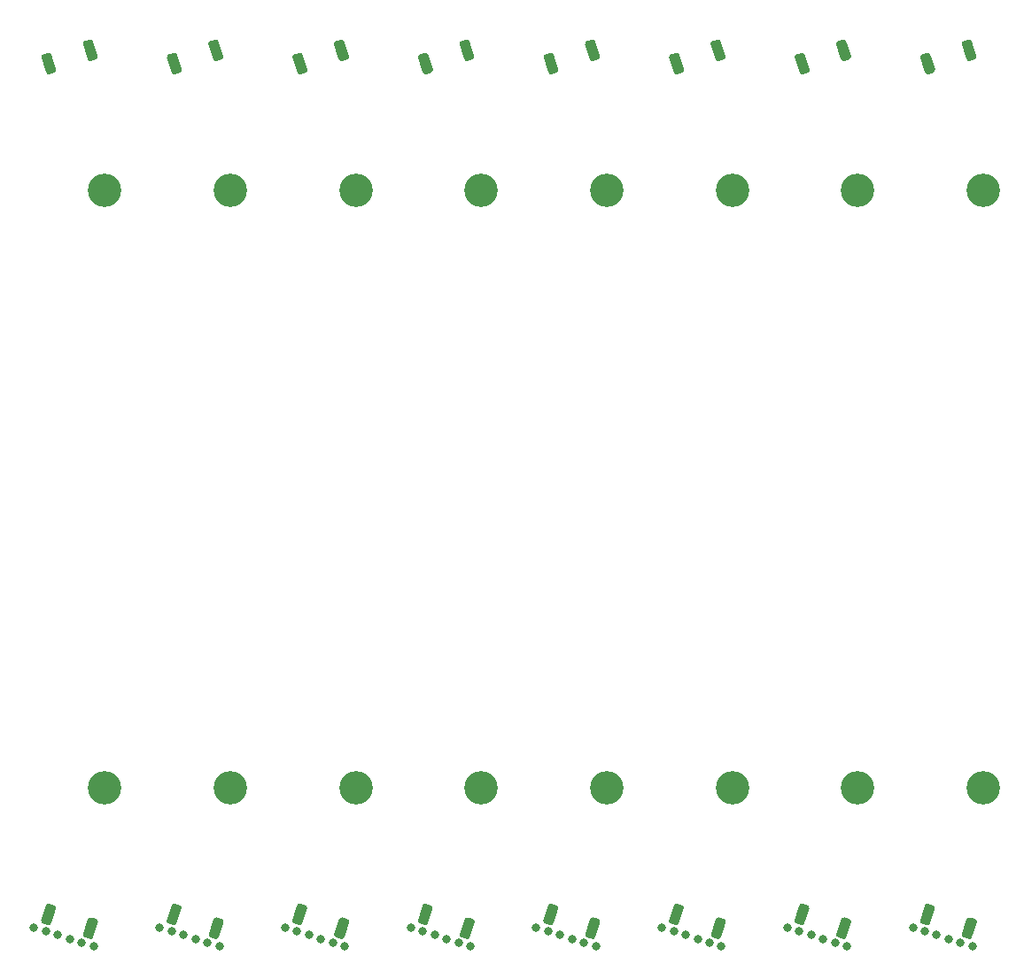
<source format=gbr>
%TF.GenerationSoftware,KiCad,Pcbnew,(5.1.9)-1*%
%TF.CreationDate,2021-02-05T18:08:36+10:00*%
%TF.ProjectId,PCB,5043422e-6b69-4636-9164-5f7063625858,rev?*%
%TF.SameCoordinates,Original*%
%TF.FileFunction,Soldermask,Bot*%
%TF.FilePolarity,Negative*%
%FSLAX46Y46*%
G04 Gerber Fmt 4.6, Leading zero omitted, Abs format (unit mm)*
G04 Created by KiCad (PCBNEW (5.1.9)-1) date 2021-02-05 18:08:36*
%MOMM*%
%LPD*%
G01*
G04 APERTURE LIST*
%ADD10C,0.800000*%
%ADD11C,3.200000*%
G04 APERTURE END LIST*
D10*
%TO.C,REF\u002A\u002A*%
X178954962Y-121348074D03*
%TD*%
%TO.C,REF\u002A\u002A*%
X166954962Y-121348074D03*
%TD*%
%TO.C,REF\u002A\u002A*%
X154954962Y-121348074D03*
%TD*%
%TO.C,REF\u002A\u002A*%
X142954962Y-121348074D03*
%TD*%
%TO.C,REF\u002A\u002A*%
X130954962Y-121348074D03*
%TD*%
%TO.C,REF\u002A\u002A*%
X118954962Y-121348074D03*
%TD*%
%TO.C,REF\u002A\u002A*%
X106954962Y-121348074D03*
%TD*%
%TO.C,REF\u002A\u002A*%
X184661301Y-123202177D03*
%TD*%
%TO.C,REF\u002A\u002A*%
X172661301Y-123202177D03*
%TD*%
%TO.C,REF\u002A\u002A*%
X160661301Y-123202177D03*
%TD*%
%TO.C,REF\u002A\u002A*%
X148661301Y-123202177D03*
%TD*%
%TO.C,REF\u002A\u002A*%
X136661301Y-123202177D03*
%TD*%
%TO.C,REF\u002A\u002A*%
X124661301Y-123202177D03*
%TD*%
%TO.C,REF\u002A\u002A*%
X112661301Y-123202177D03*
%TD*%
%TO.C,REF\u002A\u002A*%
X182378767Y-122460536D03*
%TD*%
%TO.C,REF\u002A\u002A*%
X170378767Y-122460536D03*
%TD*%
%TO.C,REF\u002A\u002A*%
X158378767Y-122460536D03*
%TD*%
%TO.C,REF\u002A\u002A*%
X146378767Y-122460536D03*
%TD*%
%TO.C,REF\u002A\u002A*%
X134378767Y-122460536D03*
%TD*%
%TO.C,REF\u002A\u002A*%
X122378767Y-122460536D03*
%TD*%
%TO.C,REF\u002A\u002A*%
X110378767Y-122460536D03*
%TD*%
%TO.C,REF\u002A\u002A*%
X181237498Y-122089716D03*
%TD*%
%TO.C,REF\u002A\u002A*%
X169237498Y-122089716D03*
%TD*%
%TO.C,REF\u002A\u002A*%
X157237498Y-122089716D03*
%TD*%
%TO.C,REF\u002A\u002A*%
X145237498Y-122089716D03*
%TD*%
%TO.C,REF\u002A\u002A*%
X133237498Y-122089716D03*
%TD*%
%TO.C,REF\u002A\u002A*%
X121237498Y-122089716D03*
%TD*%
%TO.C,REF\u002A\u002A*%
X109237498Y-122089716D03*
%TD*%
%TO.C,REF\u002A\u002A*%
X180096229Y-121718895D03*
%TD*%
%TO.C,REF\u002A\u002A*%
X168096229Y-121718895D03*
%TD*%
%TO.C,REF\u002A\u002A*%
X156096229Y-121718895D03*
%TD*%
%TO.C,REF\u002A\u002A*%
X144096229Y-121718895D03*
%TD*%
%TO.C,REF\u002A\u002A*%
X132096229Y-121718895D03*
%TD*%
%TO.C,REF\u002A\u002A*%
X120096229Y-121718895D03*
%TD*%
%TO.C,REF\u002A\u002A*%
X108096229Y-121718895D03*
%TD*%
%TO.C,REF\u002A\u002A*%
X183520035Y-122831355D03*
%TD*%
%TO.C,REF\u002A\u002A*%
X171520035Y-122831355D03*
%TD*%
%TO.C,REF\u002A\u002A*%
X159520035Y-122831355D03*
%TD*%
%TO.C,REF\u002A\u002A*%
X147520035Y-122831355D03*
%TD*%
%TO.C,REF\u002A\u002A*%
X135520035Y-122831355D03*
%TD*%
%TO.C,REF\u002A\u002A*%
X123520035Y-122831355D03*
%TD*%
%TO.C,REF\u002A\u002A*%
X111520035Y-122831355D03*
%TD*%
%TO.C,REF\u002A\u002A*%
X100661301Y-123202177D03*
%TD*%
%TO.C,REF\u002A\u002A*%
X99520035Y-122831355D03*
%TD*%
%TO.C,REF\u002A\u002A*%
X98378767Y-122460536D03*
%TD*%
%TO.C,REF\u002A\u002A*%
X97237498Y-122089716D03*
%TD*%
%TO.C,REF\u002A\u002A*%
X96096229Y-121718895D03*
%TD*%
%TO.C,REF\u002A\u002A*%
X94954962Y-121348074D03*
%TD*%
%TO.C,GND1*%
G36*
G01*
X179634909Y-120675384D02*
X180098435Y-119248799D01*
G75*
G02*
X180413453Y-119088289I237764J-77254D01*
G01*
X180888981Y-119242798D01*
G75*
G02*
X181049491Y-119557816I-77254J-237764D01*
G01*
X180585965Y-120984401D01*
G75*
G02*
X180270947Y-121144911I-237764J77254D01*
G01*
X179795419Y-120990402D01*
G75*
G02*
X179634909Y-120675384I77254J237764D01*
G01*
G37*
%TD*%
%TO.C,GND1*%
G36*
G01*
X167634909Y-120675384D02*
X168098435Y-119248799D01*
G75*
G02*
X168413453Y-119088289I237764J-77254D01*
G01*
X168888981Y-119242798D01*
G75*
G02*
X169049491Y-119557816I-77254J-237764D01*
G01*
X168585965Y-120984401D01*
G75*
G02*
X168270947Y-121144911I-237764J77254D01*
G01*
X167795419Y-120990402D01*
G75*
G02*
X167634909Y-120675384I77254J237764D01*
G01*
G37*
%TD*%
%TO.C,GND1*%
G36*
G01*
X155634909Y-120675384D02*
X156098435Y-119248799D01*
G75*
G02*
X156413453Y-119088289I237764J-77254D01*
G01*
X156888981Y-119242798D01*
G75*
G02*
X157049491Y-119557816I-77254J-237764D01*
G01*
X156585965Y-120984401D01*
G75*
G02*
X156270947Y-121144911I-237764J77254D01*
G01*
X155795419Y-120990402D01*
G75*
G02*
X155634909Y-120675384I77254J237764D01*
G01*
G37*
%TD*%
%TO.C,GND1*%
G36*
G01*
X143634909Y-120675384D02*
X144098435Y-119248799D01*
G75*
G02*
X144413453Y-119088289I237764J-77254D01*
G01*
X144888981Y-119242798D01*
G75*
G02*
X145049491Y-119557816I-77254J-237764D01*
G01*
X144585965Y-120984401D01*
G75*
G02*
X144270947Y-121144911I-237764J77254D01*
G01*
X143795419Y-120990402D01*
G75*
G02*
X143634909Y-120675384I77254J237764D01*
G01*
G37*
%TD*%
%TO.C,GND1*%
G36*
G01*
X131634909Y-120675384D02*
X132098435Y-119248799D01*
G75*
G02*
X132413453Y-119088289I237764J-77254D01*
G01*
X132888981Y-119242798D01*
G75*
G02*
X133049491Y-119557816I-77254J-237764D01*
G01*
X132585965Y-120984401D01*
G75*
G02*
X132270947Y-121144911I-237764J77254D01*
G01*
X131795419Y-120990402D01*
G75*
G02*
X131634909Y-120675384I77254J237764D01*
G01*
G37*
%TD*%
%TO.C,GND1*%
G36*
G01*
X119634909Y-120675384D02*
X120098435Y-119248799D01*
G75*
G02*
X120413453Y-119088289I237764J-77254D01*
G01*
X120888981Y-119242798D01*
G75*
G02*
X121049491Y-119557816I-77254J-237764D01*
G01*
X120585965Y-120984401D01*
G75*
G02*
X120270947Y-121144911I-237764J77254D01*
G01*
X119795419Y-120990402D01*
G75*
G02*
X119634909Y-120675384I77254J237764D01*
G01*
G37*
%TD*%
%TO.C,GND1*%
G36*
G01*
X107634909Y-120675384D02*
X108098435Y-119248799D01*
G75*
G02*
X108413453Y-119088289I237764J-77254D01*
G01*
X108888981Y-119242798D01*
G75*
G02*
X109049491Y-119557816I-77254J-237764D01*
G01*
X108585965Y-120984401D01*
G75*
G02*
X108270947Y-121144911I-237764J77254D01*
G01*
X107795419Y-120990402D01*
G75*
G02*
X107634909Y-120675384I77254J237764D01*
G01*
G37*
%TD*%
%TO.C,5V*%
G36*
G01*
X184086235Y-38332801D02*
X183622709Y-36906216D01*
G75*
G02*
X183783219Y-36591198I237764J77254D01*
G01*
X184258747Y-36436689D01*
G75*
G02*
X184573765Y-36597199I77254J-237764D01*
G01*
X185037291Y-38023784D01*
G75*
G02*
X184876781Y-38338802I-237764J-77254D01*
G01*
X184401253Y-38493311D01*
G75*
G02*
X184086235Y-38332801I-77254J237764D01*
G01*
G37*
%TD*%
%TO.C,5V*%
G36*
G01*
X172086235Y-38332801D02*
X171622709Y-36906216D01*
G75*
G02*
X171783219Y-36591198I237764J77254D01*
G01*
X172258747Y-36436689D01*
G75*
G02*
X172573765Y-36597199I77254J-237764D01*
G01*
X173037291Y-38023784D01*
G75*
G02*
X172876781Y-38338802I-237764J-77254D01*
G01*
X172401253Y-38493311D01*
G75*
G02*
X172086235Y-38332801I-77254J237764D01*
G01*
G37*
%TD*%
%TO.C,5V*%
G36*
G01*
X160086235Y-38332801D02*
X159622709Y-36906216D01*
G75*
G02*
X159783219Y-36591198I237764J77254D01*
G01*
X160258747Y-36436689D01*
G75*
G02*
X160573765Y-36597199I77254J-237764D01*
G01*
X161037291Y-38023784D01*
G75*
G02*
X160876781Y-38338802I-237764J-77254D01*
G01*
X160401253Y-38493311D01*
G75*
G02*
X160086235Y-38332801I-77254J237764D01*
G01*
G37*
%TD*%
%TO.C,5V*%
G36*
G01*
X148086235Y-38332801D02*
X147622709Y-36906216D01*
G75*
G02*
X147783219Y-36591198I237764J77254D01*
G01*
X148258747Y-36436689D01*
G75*
G02*
X148573765Y-36597199I77254J-237764D01*
G01*
X149037291Y-38023784D01*
G75*
G02*
X148876781Y-38338802I-237764J-77254D01*
G01*
X148401253Y-38493311D01*
G75*
G02*
X148086235Y-38332801I-77254J237764D01*
G01*
G37*
%TD*%
%TO.C,5V*%
G36*
G01*
X136086235Y-38332801D02*
X135622709Y-36906216D01*
G75*
G02*
X135783219Y-36591198I237764J77254D01*
G01*
X136258747Y-36436689D01*
G75*
G02*
X136573765Y-36597199I77254J-237764D01*
G01*
X137037291Y-38023784D01*
G75*
G02*
X136876781Y-38338802I-237764J-77254D01*
G01*
X136401253Y-38493311D01*
G75*
G02*
X136086235Y-38332801I-77254J237764D01*
G01*
G37*
%TD*%
%TO.C,5V*%
G36*
G01*
X124086235Y-38332801D02*
X123622709Y-36906216D01*
G75*
G02*
X123783219Y-36591198I237764J77254D01*
G01*
X124258747Y-36436689D01*
G75*
G02*
X124573765Y-36597199I77254J-237764D01*
G01*
X125037291Y-38023784D01*
G75*
G02*
X124876781Y-38338802I-237764J-77254D01*
G01*
X124401253Y-38493311D01*
G75*
G02*
X124086235Y-38332801I-77254J237764D01*
G01*
G37*
%TD*%
%TO.C,5V*%
G36*
G01*
X112086235Y-38332801D02*
X111622709Y-36906216D01*
G75*
G02*
X111783219Y-36591198I237764J77254D01*
G01*
X112258747Y-36436689D01*
G75*
G02*
X112573765Y-36597199I77254J-237764D01*
G01*
X113037291Y-38023784D01*
G75*
G02*
X112876781Y-38338802I-237764J-77254D01*
G01*
X112401253Y-38493311D01*
G75*
G02*
X112086235Y-38332801I-77254J237764D01*
G01*
G37*
%TD*%
%TO.C,G*%
G36*
G01*
X180123835Y-39602801D02*
X179660309Y-38176216D01*
G75*
G02*
X179820819Y-37861198I237764J77254D01*
G01*
X180296347Y-37706689D01*
G75*
G02*
X180611365Y-37867199I77254J-237764D01*
G01*
X181074891Y-39293784D01*
G75*
G02*
X180914381Y-39608802I-237764J-77254D01*
G01*
X180438853Y-39763311D01*
G75*
G02*
X180123835Y-39602801I-77254J237764D01*
G01*
G37*
%TD*%
%TO.C,G*%
G36*
G01*
X168123835Y-39602801D02*
X167660309Y-38176216D01*
G75*
G02*
X167820819Y-37861198I237764J77254D01*
G01*
X168296347Y-37706689D01*
G75*
G02*
X168611365Y-37867199I77254J-237764D01*
G01*
X169074891Y-39293784D01*
G75*
G02*
X168914381Y-39608802I-237764J-77254D01*
G01*
X168438853Y-39763311D01*
G75*
G02*
X168123835Y-39602801I-77254J237764D01*
G01*
G37*
%TD*%
%TO.C,G*%
G36*
G01*
X156123835Y-39602801D02*
X155660309Y-38176216D01*
G75*
G02*
X155820819Y-37861198I237764J77254D01*
G01*
X156296347Y-37706689D01*
G75*
G02*
X156611365Y-37867199I77254J-237764D01*
G01*
X157074891Y-39293784D01*
G75*
G02*
X156914381Y-39608802I-237764J-77254D01*
G01*
X156438853Y-39763311D01*
G75*
G02*
X156123835Y-39602801I-77254J237764D01*
G01*
G37*
%TD*%
%TO.C,G*%
G36*
G01*
X144123835Y-39602801D02*
X143660309Y-38176216D01*
G75*
G02*
X143820819Y-37861198I237764J77254D01*
G01*
X144296347Y-37706689D01*
G75*
G02*
X144611365Y-37867199I77254J-237764D01*
G01*
X145074891Y-39293784D01*
G75*
G02*
X144914381Y-39608802I-237764J-77254D01*
G01*
X144438853Y-39763311D01*
G75*
G02*
X144123835Y-39602801I-77254J237764D01*
G01*
G37*
%TD*%
%TO.C,G*%
G36*
G01*
X132123835Y-39602801D02*
X131660309Y-38176216D01*
G75*
G02*
X131820819Y-37861198I237764J77254D01*
G01*
X132296347Y-37706689D01*
G75*
G02*
X132611365Y-37867199I77254J-237764D01*
G01*
X133074891Y-39293784D01*
G75*
G02*
X132914381Y-39608802I-237764J-77254D01*
G01*
X132438853Y-39763311D01*
G75*
G02*
X132123835Y-39602801I-77254J237764D01*
G01*
G37*
%TD*%
%TO.C,G*%
G36*
G01*
X120123835Y-39602801D02*
X119660309Y-38176216D01*
G75*
G02*
X119820819Y-37861198I237764J77254D01*
G01*
X120296347Y-37706689D01*
G75*
G02*
X120611365Y-37867199I77254J-237764D01*
G01*
X121074891Y-39293784D01*
G75*
G02*
X120914381Y-39608802I-237764J-77254D01*
G01*
X120438853Y-39763311D01*
G75*
G02*
X120123835Y-39602801I-77254J237764D01*
G01*
G37*
%TD*%
%TO.C,G*%
G36*
G01*
X108123835Y-39602801D02*
X107660309Y-38176216D01*
G75*
G02*
X107820819Y-37861198I237764J77254D01*
G01*
X108296347Y-37706689D01*
G75*
G02*
X108611365Y-37867199I77254J-237764D01*
G01*
X109074891Y-39293784D01*
G75*
G02*
X108914381Y-39608802I-237764J-77254D01*
G01*
X108438853Y-39763311D01*
G75*
G02*
X108123835Y-39602801I-77254J237764D01*
G01*
G37*
%TD*%
%TO.C,5V*%
G36*
G01*
X183648109Y-121996184D02*
X184111635Y-120569599D01*
G75*
G02*
X184426653Y-120409089I237764J-77254D01*
G01*
X184902181Y-120563598D01*
G75*
G02*
X185062691Y-120878616I-77254J-237764D01*
G01*
X184599165Y-122305201D01*
G75*
G02*
X184284147Y-122465711I-237764J77254D01*
G01*
X183808619Y-122311202D01*
G75*
G02*
X183648109Y-121996184I77254J237764D01*
G01*
G37*
%TD*%
%TO.C,5V*%
G36*
G01*
X171648109Y-121996184D02*
X172111635Y-120569599D01*
G75*
G02*
X172426653Y-120409089I237764J-77254D01*
G01*
X172902181Y-120563598D01*
G75*
G02*
X173062691Y-120878616I-77254J-237764D01*
G01*
X172599165Y-122305201D01*
G75*
G02*
X172284147Y-122465711I-237764J77254D01*
G01*
X171808619Y-122311202D01*
G75*
G02*
X171648109Y-121996184I77254J237764D01*
G01*
G37*
%TD*%
%TO.C,5V*%
G36*
G01*
X159648109Y-121996184D02*
X160111635Y-120569599D01*
G75*
G02*
X160426653Y-120409089I237764J-77254D01*
G01*
X160902181Y-120563598D01*
G75*
G02*
X161062691Y-120878616I-77254J-237764D01*
G01*
X160599165Y-122305201D01*
G75*
G02*
X160284147Y-122465711I-237764J77254D01*
G01*
X159808619Y-122311202D01*
G75*
G02*
X159648109Y-121996184I77254J237764D01*
G01*
G37*
%TD*%
%TO.C,5V*%
G36*
G01*
X147648109Y-121996184D02*
X148111635Y-120569599D01*
G75*
G02*
X148426653Y-120409089I237764J-77254D01*
G01*
X148902181Y-120563598D01*
G75*
G02*
X149062691Y-120878616I-77254J-237764D01*
G01*
X148599165Y-122305201D01*
G75*
G02*
X148284147Y-122465711I-237764J77254D01*
G01*
X147808619Y-122311202D01*
G75*
G02*
X147648109Y-121996184I77254J237764D01*
G01*
G37*
%TD*%
%TO.C,5V*%
G36*
G01*
X135648109Y-121996184D02*
X136111635Y-120569599D01*
G75*
G02*
X136426653Y-120409089I237764J-77254D01*
G01*
X136902181Y-120563598D01*
G75*
G02*
X137062691Y-120878616I-77254J-237764D01*
G01*
X136599165Y-122305201D01*
G75*
G02*
X136284147Y-122465711I-237764J77254D01*
G01*
X135808619Y-122311202D01*
G75*
G02*
X135648109Y-121996184I77254J237764D01*
G01*
G37*
%TD*%
%TO.C,5V*%
G36*
G01*
X123648109Y-121996184D02*
X124111635Y-120569599D01*
G75*
G02*
X124426653Y-120409089I237764J-77254D01*
G01*
X124902181Y-120563598D01*
G75*
G02*
X125062691Y-120878616I-77254J-237764D01*
G01*
X124599165Y-122305201D01*
G75*
G02*
X124284147Y-122465711I-237764J77254D01*
G01*
X123808619Y-122311202D01*
G75*
G02*
X123648109Y-121996184I77254J237764D01*
G01*
G37*
%TD*%
%TO.C,5V*%
G36*
G01*
X111648109Y-121996184D02*
X112111635Y-120569599D01*
G75*
G02*
X112426653Y-120409089I237764J-77254D01*
G01*
X112902181Y-120563598D01*
G75*
G02*
X113062691Y-120878616I-77254J-237764D01*
G01*
X112599165Y-122305201D01*
G75*
G02*
X112284147Y-122465711I-237764J77254D01*
G01*
X111808619Y-122311202D01*
G75*
G02*
X111648109Y-121996184I77254J237764D01*
G01*
G37*
%TD*%
D11*
%TO.C,REF\u002A\u002A*%
X185696795Y-50850020D03*
%TD*%
%TO.C,REF\u002A\u002A*%
X173696795Y-50850020D03*
%TD*%
%TO.C,REF\u002A\u002A*%
X161696795Y-50850020D03*
%TD*%
%TO.C,REF\u002A\u002A*%
X149696795Y-50850020D03*
%TD*%
%TO.C,REF\u002A\u002A*%
X137696795Y-50850020D03*
%TD*%
%TO.C,REF\u002A\u002A*%
X125696795Y-50850020D03*
%TD*%
%TO.C,REF\u002A\u002A*%
X113696795Y-50850020D03*
%TD*%
%TO.C,REF\u002A\u002A*%
X185696795Y-108025735D03*
%TD*%
%TO.C,REF\u002A\u002A*%
X173696795Y-108025735D03*
%TD*%
%TO.C,REF\u002A\u002A*%
X161696795Y-108025735D03*
%TD*%
%TO.C,REF\u002A\u002A*%
X149696795Y-108025735D03*
%TD*%
%TO.C,REF\u002A\u002A*%
X137696795Y-108025735D03*
%TD*%
%TO.C,REF\u002A\u002A*%
X125696795Y-108025735D03*
%TD*%
%TO.C,REF\u002A\u002A*%
X113696795Y-108025735D03*
%TD*%
%TO.C,G*%
G36*
G01*
X96123835Y-39602801D02*
X95660309Y-38176216D01*
G75*
G02*
X95820819Y-37861198I237764J77254D01*
G01*
X96296347Y-37706689D01*
G75*
G02*
X96611365Y-37867199I77254J-237764D01*
G01*
X97074891Y-39293784D01*
G75*
G02*
X96914381Y-39608802I-237764J-77254D01*
G01*
X96438853Y-39763311D01*
G75*
G02*
X96123835Y-39602801I-77254J237764D01*
G01*
G37*
%TD*%
%TO.C,5V*%
G36*
G01*
X100086235Y-38332801D02*
X99622709Y-36906216D01*
G75*
G02*
X99783219Y-36591198I237764J77254D01*
G01*
X100258747Y-36436689D01*
G75*
G02*
X100573765Y-36597199I77254J-237764D01*
G01*
X101037291Y-38023784D01*
G75*
G02*
X100876781Y-38338802I-237764J-77254D01*
G01*
X100401253Y-38493311D01*
G75*
G02*
X100086235Y-38332801I-77254J237764D01*
G01*
G37*
%TD*%
%TO.C,5V*%
G36*
G01*
X99648109Y-121996184D02*
X100111635Y-120569599D01*
G75*
G02*
X100426653Y-120409089I237764J-77254D01*
G01*
X100902181Y-120563598D01*
G75*
G02*
X101062691Y-120878616I-77254J-237764D01*
G01*
X100599165Y-122305201D01*
G75*
G02*
X100284147Y-122465711I-237764J77254D01*
G01*
X99808619Y-122311202D01*
G75*
G02*
X99648109Y-121996184I77254J237764D01*
G01*
G37*
%TD*%
%TO.C,GND1*%
G36*
G01*
X95634909Y-120675384D02*
X96098435Y-119248799D01*
G75*
G02*
X96413453Y-119088289I237764J-77254D01*
G01*
X96888981Y-119242798D01*
G75*
G02*
X97049491Y-119557816I-77254J-237764D01*
G01*
X96585965Y-120984401D01*
G75*
G02*
X96270947Y-121144911I-237764J77254D01*
G01*
X95795419Y-120990402D01*
G75*
G02*
X95634909Y-120675384I77254J237764D01*
G01*
G37*
%TD*%
%TO.C,REF\u002A\u002A*%
X101696795Y-108025735D03*
%TD*%
%TO.C,REF\u002A\u002A*%
X101696795Y-50850020D03*
%TD*%
M02*

</source>
